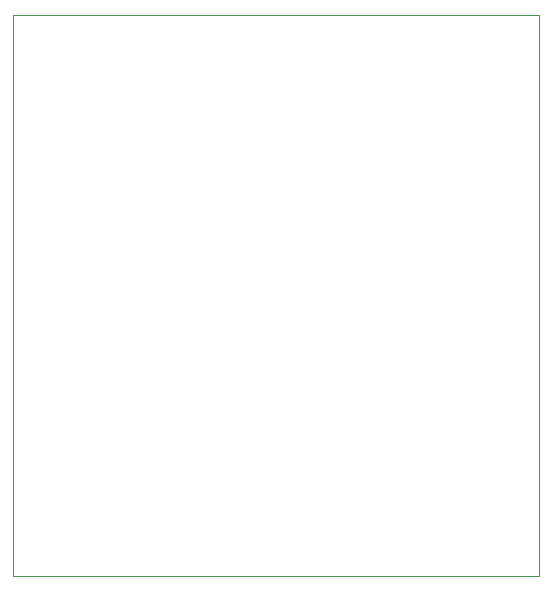
<source format=gbr>
%TF.GenerationSoftware,KiCad,Pcbnew,9.0.7*%
%TF.CreationDate,2026-01-15T22:57:21-07:00*%
%TF.ProjectId,TankMonitoor,54616e6b-4d6f-46e6-9974-6f6f722e6b69,rev?*%
%TF.SameCoordinates,Original*%
%TF.FileFunction,Profile,NP*%
%FSLAX46Y46*%
G04 Gerber Fmt 4.6, Leading zero omitted, Abs format (unit mm)*
G04 Created by KiCad (PCBNEW 9.0.7) date 2026-01-15 22:57:21*
%MOMM*%
%LPD*%
G01*
G04 APERTURE LIST*
%TA.AperFunction,Profile*%
%ADD10C,0.050000*%
%TD*%
G04 APERTURE END LIST*
D10*
X85000000Y-42000000D02*
X129500000Y-42000000D01*
X129500000Y-89500000D01*
X85000000Y-89500000D01*
X85000000Y-42000000D01*
M02*

</source>
